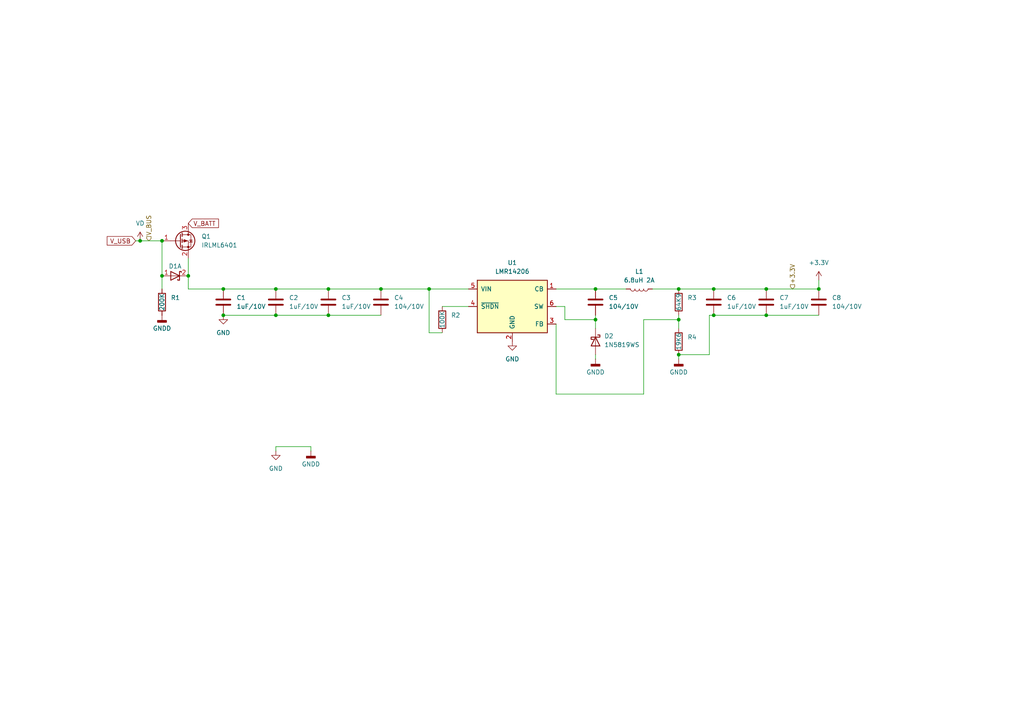
<source format=kicad_sch>
(kicad_sch (version 20231120) (generator "eeschema") (generator_version "8.0")
  (paper "A4")
  (lib_symbols
    (symbol "Device:C" (pin_numbers hide) (pin_names (offset 0.254))
      (property "Reference" "C" (at 0.635 2.54 0))
      (property "Value" "C" (at 0.635 -2.54 0))
      (symbol "C_0_1"
        (polyline (pts (xy -2.032 -0.762) (xy 2.032 -0.762)) (stroke (width 0.508)))
        (polyline (pts (xy -2.032 0.762) (xy 2.032 0.762)) (stroke (width 0.508)))
      )
      (symbol "C_1_1"
        (pin passive line (at 0 3.81 270) (length 2.794) (name "~") (number "1"))
        (pin passive line (at 0 -3.81 90) (length 2.794) (name "~") (number "2"))
      )
    )
    (symbol "Device:D_Schottky_Dual_CommonCathode_AKA_Split" (pin_names (offset 0.762) hide)
      (property "Reference" "D" (at 0 2.54 0))
      (property "Value" "D_Schottky_Dual_CommonCathode_AKA_Split" (at 0 -2.54 0))
      (symbol "D_Schottky_Dual_CommonCathode_AKA_Split_0_1"
        (polyline (pts (xy 1.27 0) (xy -1.27 0)))
        (polyline (pts (xy -1.27 1.27) (xy 1.27 0) (xy -1.27 -1.27) (xy -1.27 1.27) (xy -1.27 1.27) (xy -1.27 1.27)) (stroke (width 0.254)))
        (polyline (pts (xy 1.778 1.016) (xy 1.778 1.27) (xy 1.27 1.27) (xy 1.27 -1.27) (xy 0.762 -1.27) (xy 0.762 -1.016)) (stroke (width 0.254)))
        (pin passive line (at 3.81 0 180) (length 2.54) (name "K") (number "2"))
      )
      (symbol "D_Schottky_Dual_CommonCathode_AKA_Split_1_1"
        (pin passive line (at -3.81 0 0) (length 2.54) (name "A") (number "1"))
      )
      (symbol "D_Schottky_Dual_CommonCathode_AKA_Split_2_1"
        (pin passive line (at -3.81 0 0) (length 2.54) (name "K") (number "3"))
      )
    )
    (symbol "Device:L" (pin_numbers hide) (pin_names (offset 1.016) hide)
      (property "Reference" "L" (at -1.27 0 90))
      (property "Value" "L" (at 1.905 0 90))
      (symbol "L_0_1"
        (arc (start 0 -2.54) (mid 0.6323 -1.905) (end 0 -1.27))
        (arc (start 0 -1.27) (mid 0.6323 -0.635) (end 0 0))
        (arc (start 0 0) (mid 0.6323 0.635) (end 0 1.27))
        (arc (start 0 1.27) (mid 0.6323 1.905) (end 0 2.54))
      )
      (symbol "L_1_1"
        (pin passive line (at 0 3.81 270) (length 1.27) (name "1") (number "1"))
        (pin passive line (at 0 -3.81 90) (length 1.27) (name "2") (number "2"))
      )
    )
    (symbol "Device:R" (pin_numbers hide) (pin_names (offset 0))
      (property "Reference" "R" (at 2.032 0 90))
      (property "Value" "R" (at 0 0 90))
      (symbol "R_0_1"
        (rectangle (start -1.016 -2.54) (end 1.016 2.54) (stroke (width 0.254)))
      )
      (symbol "R_1_1"
        (pin passive line (at 0 3.81 270) (length 1.27) (name "~") (number "1"))
        (pin passive line (at 0 -3.81 90) (length 1.27) (name "~") (number "2"))
      )
    )
    (symbol "Diode:1N5819WS" (pin_numbers hide) (pin_names (offset 1.016) hide)
      (property "Reference" "D" (at 0 2.54 0))
      (property "Value" "1N5819WS" (at 0 -2.54 0))
      (symbol "1N5819WS_0_1"
        (polyline (pts (xy 1.27 0) (xy -1.27 0)))
        (polyline (pts (xy 1.27 1.27) (xy 1.27 -1.27) (xy -1.27 0) (xy 1.27 1.27)) (stroke (width 0.254)))
        (polyline (pts (xy -1.905 0.635) (xy -1.905 1.27) (xy -1.27 1.27) (xy -1.27 -1.27) (xy -0.635 -1.27) (xy -0.635 -0.635)) (stroke (width 0.254)))
      )
      (symbol "1N5819WS_1_1"
        (pin passive line (at -3.81 0 0) (length 2.54) (name "K") (number "1"))
        (pin passive line (at 3.81 0 180) (length 2.54) (name "A") (number "2"))
      )
    )
    (symbol "Regulator_Switching:LMR14206" (pin_names (offset 1.016))
      (property "Reference" "U" (at -10.16 11.43 0))
      (property "Value" "LMR14206" (at -10.16 8.89 0))
      (symbol "LMR14206_0_1"
        (rectangle (start -10.16 7.62) (end 10.16 -7.62) (stroke (width 0.254)) (fill (type background)))
      )
      (symbol "LMR14206_1_1"
        (pin input line (at 12.7 5.08 180) (length 2.54) (name "CB") (number "1"))
        (pin power_in line (at 0 -10.16 90) (length 2.54) (name "GND") (number "2"))
        (pin input line (at 12.7 -5.08 180) (length 2.54) (name "FB") (number "3"))
        (pin input line (at -12.7 0 0) (length 2.54) (name "~{SHDN}") (number "4"))
        (pin power_in line (at -12.7 5.08 0) (length 2.54) (name "VIN") (number "5"))
        (pin output line (at 12.7 0 180) (length 2.54) (name "SW") (number "6"))
      )
    )
    (symbol "Transistor_FET:IRLML6401" (pin_names hide)
      (property "Reference" "Q" (at 5.08 1.905 0))
      (property "Value" "IRLML6401" (at 5.08 0 0))
      (symbol "IRLML6401_0_1"
        (polyline (pts (xy 0.254 0) (xy -2.54 0)))
        (polyline (pts (xy 0.254 1.905) (xy 0.254 -1.905)) (stroke (width 0.254)))
        (polyline (pts (xy 0.762 -1.27) (xy 0.762 -2.286)) (stroke (width 0.254)))
        (polyline (pts (xy 0.762 0.508) (xy 0.762 -0.508)) (stroke (width 0.254)))
        (polyline (pts (xy 0.762 2.286) (xy 0.762 1.27)) (stroke (width 0.254)))
        (polyline (pts (xy 2.54 2.54) (xy 2.54 1.778)))
        (polyline (pts (xy 2.54 -2.54) (xy 2.54 0) (xy 0.762 0)))
        (polyline (pts (xy 0.762 1.778) (xy 3.302 1.778) (xy 3.302 -1.778) (xy 0.762 -1.778)))
        (polyline (pts (xy 2.286 0) (xy 1.27 0.381) (xy 1.27 -0.381) (xy 2.286 0)) (fill (type outline)))
        (polyline (pts (xy 2.794 -0.508) (xy 2.921 -0.381) (xy 3.683 -0.381) (xy 3.81 -0.254)))
        (polyline (pts (xy 3.302 -0.381) (xy 2.921 0.254) (xy 3.683 0.254) (xy 3.302 -0.381)))
        (circle (center 1.651 0) (radius 2.794) (stroke (width 0.254)))
        (circle (center 2.54 -1.778) (radius 0.254) (fill (type outline)))
        (circle (center 2.54 1.778) (radius 0.254) (fill (type outline)))
      )
      (symbol "IRLML6401_1_1"
        (pin input line (at -5.08 0 0) (length 2.54) (name "G") (number "1"))
        (pin passive line (at 2.54 -5.08 90) (length 2.54) (name "S") (number "2"))
        (pin passive line (at 2.54 5.08 270) (length 2.54) (name "D") (number "3"))
      )
    )
    (symbol "power:+3.3V" (power) (pin_numbers hide) (pin_names (offset 0) hide)
      (property "Value" "+3.3V" (at 0 3.556 0))
      (symbol "+3.3V_0_1"
        (polyline (pts (xy -0.762 1.27) (xy 0 2.54)))
        (polyline (pts (xy 0 0) (xy 0 2.54)))
        (polyline (pts (xy 0 2.54) (xy 0.762 1.27)))
      )
      (symbol "+3.3V_1_1"
        (pin power_in line (at 0 0 90) (length 0) (name "~") (number "1"))
      )
    )
    (symbol "power:GND" (power) (pin_numbers hide) (pin_names (offset 0) hide)
      (property "Value" "GND" (at 0 -3.81 0))
      (symbol "GND_0_1"
        (polyline (pts (xy 0 0) (xy 0 -1.27) (xy 1.27 -1.27) (xy 0 -2.54) (xy -1.27 -1.27) (xy 0 -1.27)))
      )
      (symbol "GND_1_1"
        (pin power_in line (at 0 0 270) (length 0) (name "~") (number "1"))
      )
    )
    (symbol "power:GNDD" (power) (pin_numbers hide) (pin_names (offset 0) hide)
      (property "Value" "GNDD" (at 0 -3.175 0))
      (symbol "GNDD_0_1"
        (rectangle (start -1.27 -1.524) (end 1.27 -2.032) (stroke (width 0.254)) (fill (type outline)))
        (polyline (pts (xy 0 0) (xy 0 -1.524)))
      )
      (symbol "GNDD_1_1"
        (pin power_in line (at 0 0 270) (length 0) (name "~") (number "1"))
      )
    )
    (symbol "power:VD" (power) (pin_numbers hide) (pin_names (offset 0) hide)
      (property "Value" "VD" (at 0 3.556 0))
      (symbol "VD_0_1"
        (polyline (pts (xy -0.762 1.27) (xy 0 2.54)))
        (polyline (pts (xy 0 0) (xy 0 2.54)))
        (polyline (pts (xy 0 2.54) (xy 0.762 1.27)))
      )
      (symbol "VD_1_1"
        (pin power_in line (at 0 0 90) (length 0) (name "~") (number "1"))
      )
    )
  )
  (junction (at 80.01 83.82))
  (junction (at 46.99 69.85))
  (junction (at 172.72 92.71))
  (junction (at 110.49 83.82))
  (junction (at 196.85 102.87))
  (junction (at 172.72 83.82))
  (junction (at 124.46 83.82))
  (junction (at 237.49 83.82))
  (junction (at 80.01 91.44))
  (junction (at 196.85 83.82))
  (junction (at 222.25 91.44))
  (junction (at 207.01 91.44))
  (junction (at 40.64 69.85))
  (junction (at 222.25 83.82))
  (junction (at 95.25 91.44))
  (junction (at 64.77 83.82))
  (junction (at 54.61 80.01))
  (junction (at 64.77 91.44))
  (junction (at 207.01 83.82))
  (junction (at 46.99 80.01))
  (junction (at 196.85 92.71))
  (junction (at 95.25 83.82))
  (wire (pts (xy 64.77 83.82) (xy 54.61 83.82)))
  (wire (pts (xy 124.46 83.82) (xy 124.46 96.52)))
  (wire (pts (xy 80.01 83.82) (xy 64.77 83.82)))
  (wire (pts (xy 128.27 88.9) (xy 135.89 88.9)))
  (wire (pts (xy 205.74 102.87) (xy 196.85 102.87)))
  (wire (pts (xy 90.17 129.54) (xy 80.01 129.54)))
  (wire (pts (xy 54.61 80.01) (xy 54.61 74.93)))
  (wire (pts (xy 207.01 91.44) (xy 205.74 91.44)))
  (wire (pts (xy 46.99 80.01) (xy 46.99 83.82)))
  (wire (pts (xy 40.64 69.85) (xy 46.99 69.85)))
  (wire (pts (xy 110.49 83.82) (xy 95.25 83.82)))
  (wire (pts (xy 237.49 81.28) (xy 237.49 83.82)))
  (wire (pts (xy 64.77 91.44) (xy 80.01 91.44)))
  (wire (pts (xy 80.01 129.54) (xy 80.01 130.81)))
  (wire (pts (xy 161.29 93.98) (xy 161.29 114.3)))
  (wire (pts (xy 161.29 114.3) (xy 186.69 114.3)))
  (wire (pts (xy 128.27 96.52) (xy 124.46 96.52)))
  (wire (pts (xy 163.83 92.71) (xy 172.72 92.71)))
  (wire (pts (xy 95.25 91.44) (xy 110.49 91.44)))
  (wire (pts (xy 196.85 102.87) (xy 196.85 104.14)))
  (wire (pts (xy 207.01 83.82) (xy 222.25 83.82)))
  (wire (pts (xy 95.25 83.82) (xy 80.01 83.82)))
  (wire (pts (xy 237.49 91.44) (xy 222.25 91.44)))
  (wire (pts (xy 135.89 83.82) (xy 124.46 83.82)))
  (wire (pts (xy 222.25 91.44) (xy 207.01 91.44)))
  (wire (pts (xy 186.69 114.3) (xy 186.69 92.71)))
  (wire (pts (xy 124.46 83.82) (xy 110.49 83.82)))
  (wire (pts (xy 196.85 83.82) (xy 207.01 83.82)))
  (wire (pts (xy 54.61 83.82) (xy 54.61 80.01)))
  (wire (pts (xy 186.69 92.71) (xy 196.85 92.71)))
  (wire (pts (xy 205.74 91.44) (xy 205.74 102.87)))
  (wire (pts (xy 196.85 92.71) (xy 196.85 91.44)))
  (wire (pts (xy 161.29 88.9) (xy 163.83 88.9)))
  (wire (pts (xy 222.25 83.82) (xy 237.49 83.82)))
  (wire (pts (xy 163.83 88.9) (xy 163.83 92.71)))
  (wire (pts (xy 172.72 92.71) (xy 172.72 95.25)))
  (wire (pts (xy 80.01 91.44) (xy 95.25 91.44)))
  (wire (pts (xy 172.72 91.44) (xy 172.72 92.71)))
  (wire (pts (xy 46.99 69.85) (xy 46.99 80.01)))
  (wire (pts (xy 189.23 83.82) (xy 196.85 83.82)))
  (wire (pts (xy 196.85 92.71) (xy 196.85 95.25)))
  (wire (pts (xy 39.37 69.85) (xy 40.64 69.85)))
  (wire (pts (xy 172.72 104.14) (xy 172.72 102.87)))
  (wire (pts (xy 90.17 130.81) (xy 90.17 129.54)))
  (wire (pts (xy 161.29 83.82) (xy 172.72 83.82)))
  (wire (pts (xy 172.72 83.82) (xy 181.61 83.82)))
  (global_label "V_USB" (shape input) (at 39.37 69.85 180) (property "Intersheetrefs" "${INTERSHEET_REFS}" (effects (hide yes))))
  (global_label "V_BATT" (shape input) (at 54.61 64.77 0) (property "Intersheetrefs" "${INTERSHEET_REFS}" (effects (hide yes))))
  (hierarchical_label "V_BUS" (shape input) (at 43.18 69.85 90))
  (hierarchical_label "+3.3V" (shape input) (at 229.87 83.82 90))
  (symbol (lib_id "Device:C") (at 80.01 87.63 0) (unit 1)
    (property "Reference" "C2" (at 83.82 86.3599 0) (effects (justify left)))
    (property "Value" "1uF/10V" (at 83.82 88.8999 0) (effects (justify left)))
    (property "Footprint" "CTS_Capacitor_SMD:C_0603_1608Metric" (effects (hide yes)))
    (property "Description" "Unpolarized capacitor" (effects (hide yes)))
  )
  (symbol (lib_id "Device:R") (at 196.85 87.63 0) (unit 1)
    (property "Reference" "R3" (at 199.39 86.3599 0) (effects (justify left)))
    (property "Value" "64K9" (at 196.85 90.17 90) (effects (justify left)))
    (property "Footprint" "CTS_Capacitor_SMD:C_0402_1005Metric" (effects (hide yes)))
    (property "Description" "Resistor" (effects (hide yes)))
  )
  (symbol (lib_id "Device:C") (at 64.77 87.63 0) (unit 1)
    (property "Reference" "C1" (at 68.58 86.3599 0) (effects (justify left)))
    (property "Value" "1uF/10V" (at 68.58 88.8999 0) (effects (justify left)))
    (property "Footprint" "CTS_Capacitor_SMD:C_0603_1608Metric" (effects (hide yes)))
    (property "Description" "Unpolarized capacitor" (effects (hide yes)))
  )
  (symbol (lib_id "Device:R") (at 128.27 92.71 0) (unit 1)
    (property "Reference" "R2" (at 130.81 91.4399 0) (effects (justify left)))
    (property "Value" "100K" (at 128.27 95.25 90) (effects (justify left)))
    (property "Footprint" "CTS_Capacitor_SMD:C_0402_1005Metric" (effects (hide yes)))
    (property "Description" "Resistor" (effects (hide yes)))
  )
  (symbol (lib_id "power:GNDD") (at 46.99 91.44 0) (unit 1)
    (property "Reference" "#PWR046" (effects (hide yes)))
    (property "Value" "GNDD" (at 46.99 95.25 0))
    (property "Description" "Power symbol creates a global label with name \"GNDD\" , digital ground" (effects (hide yes)))
  )
  (symbol (lib_id "power:GND") (at 148.59 99.06 0) (unit 1)
    (property "Reference" "#PWR049" (effects (hide yes)))
    (property "Value" "GND" (at 148.59 104.14 0))
    (property "Description" "Power symbol creates a global label with name \"GND\" , ground" (effects (hide yes)))
  )
  (symbol (lib_id "power:+3.3V") (at 237.49 81.28 0) (unit 1)
    (property "Reference" "#PWR01" (effects (hide yes)))
    (property "Value" "+3.3V" (at 237.49 76.2 0))
    (property "Description" "Power symbol creates a global label with name \"+3.3V\"" (effects (hide yes)))
  )
  (symbol (lib_id "Device:R") (at 196.85 99.06 0) (unit 1)
    (property "Reference" "R4" (at 199.39 97.7899 0) (effects (justify left)))
    (property "Value" "19K6" (at 196.85 101.6 90) (effects (justify left)))
    (property "Footprint" "CTS_Capacitor_SMD:C_0402_1005Metric" (effects (hide yes)))
    (property "Description" "Resistor" (effects (hide yes)))
  )
  (symbol (lib_id "power:GNDD") (at 196.85 104.14 0) (unit 1)
    (property "Reference" "#PWR02" (effects (hide yes)))
    (property "Value" "GNDD" (at 196.85 107.95 0))
    (property "Description" "Power symbol creates a global label with name \"GNDD\" , digital ground" (effects (hide yes)))
  )
  (symbol (lib_id "Diode:1N5819WS") (at 172.72 99.06 270) (unit 1)
    (property "Reference" "D2" (at 175.26 97.4724 90) (effects (justify left)))
    (property "Value" "1N5819WS" (at 175.26 100.0124 90) (effects (justify left)))
    (property "Footprint" "Diode_SMD:D_SOD-323_HandSoldering" (effects (hide yes)))
    (property "Datasheet" "https://datasheet.lcsc.com/lcsc/2204281430_Guangdong-Hottech-1N5819WS_C191023.pdf" (effects (hide yes)))
    (property "Description" "40V 600mV@1A 1A SOD-323 Schottky Barrier Diodes, SOD-323" (effects (hide yes)))
  )
  (symbol (lib_id "Device:C") (at 95.25 87.63 0) (unit 1)
    (property "Reference" "C3" (at 99.06 86.3599 0) (effects (justify left)))
    (property "Value" "1uF/10V" (at 99.06 88.8999 0) (effects (justify left)))
    (property "Footprint" "CTS_Capacitor_SMD:C_0603_1608Metric" (effects (hide yes)))
    (property "Description" "Unpolarized capacitor" (effects (hide yes)))
  )
  (symbol (lib_id "Regulator_Switching:LMR14206") (at 148.59 88.9 0) (unit 1)
    (property "Reference" "U1" (at 148.59 76.2 0))
    (property "Value" "LMR14206" (at 148.59 78.74 0))
    (property "Footprint" "Package_TO_SOT_SMD:SOT-23-6" (effects (hide yes)))
    (property "Datasheet" "http://www.ti.com/lit/ds/symlink/lmr14206.pdf" (effects (hide yes)))
    (property "Description" "Simple Switcher Buck Regulator, Vin=4.5-42V, Iout=600mA, Adjustable output voltage, SOT-23-6 package" (effects (hide yes)))
  )
  (symbol (lib_id "Device:C") (at 207.01 87.63 0) (unit 1)
    (property "Reference" "C6" (at 210.82 86.3599 0) (effects (justify left)))
    (property "Value" "1uF/10V" (at 210.82 88.8999 0) (effects (justify left)))
    (property "Footprint" "CTS_Capacitor_SMD:C_0603_1608Metric" (effects (hide yes)))
    (property "Description" "Unpolarized capacitor" (effects (hide yes)))
  )
  (symbol (lib_id "power:GND") (at 64.77 91.44 0) (unit 1)
    (property "Reference" "#PWR038" (effects (hide yes)))
    (property "Value" "GND" (at 64.77 96.52 0))
    (property "Description" "Power symbol creates a global label with name \"GND\" , ground" (effects (hide yes)))
  )
  (symbol (lib_id "power:GND") (at 80.01 130.81 0) (unit 1)
    (property "Reference" "#PWR047" (effects (hide yes)))
    (property "Value" "GND" (at 80.01 135.89 0))
    (property "Description" "Power symbol creates a global label with name \"GND\" , ground" (effects (hide yes)))
  )
  (symbol (lib_id "power:GNDD") (at 172.72 104.14 0) (unit 1)
    (property "Reference" "#PWR050" (effects (hide yes)))
    (property "Value" "GNDD" (at 172.72 107.95 0))
    (property "Description" "Power symbol creates a global label with name \"GNDD\" , digital ground" (effects (hide yes)))
  )
  (symbol (lib_id "Device:D_Schottky_Dual_CommonCathode_AKA_Split") (at 50.8 80.01 0) (unit 1)
    (property "Reference" "D1" (at 50.8 77.216 0))
    (property "Value" "10V 2A" (effects (hide yes)))
    (property "Footprint" "Diode_SMD:D_SOD-123" (effects (hide yes)))
    (property "Description" "Dual Schottky diode, common anode on pin 1" (effects (hide yes)))
  )
  (symbol (lib_id "Device:C") (at 110.49 87.63 0) (unit 1)
    (property "Reference" "C4" (at 114.3 86.3599 0) (effects (justify left)))
    (property "Value" "104/10V" (at 114.3 88.8999 0) (effects (justify left)))
    (property "Footprint" "CTS_Capacitor_SMD:C_0603_1608Metric" (effects (hide yes)))
    (property "Description" "Unpolarized capacitor" (effects (hide yes)))
  )
  (symbol (lib_id "Device:C") (at 172.72 87.63 0) (unit 1)
    (property "Reference" "C5" (at 176.53 86.3599 0) (effects (justify left)))
    (property "Value" "104/10V" (at 176.53 88.8999 0) (effects (justify left)))
    (property "Footprint" "CTS_Capacitor_SMD:C_0603_1608Metric" (effects (hide yes)))
    (property "Description" "Unpolarized capacitor" (effects (hide yes)))
  )
  (symbol (lib_id "power:GNDD") (at 90.17 130.81 0) (unit 1)
    (property "Reference" "#PWR048" (effects (hide yes)))
    (property "Value" "GNDD" (at 90.17 134.62 0))
    (property "Description" "Power symbol creates a global label with name \"GNDD\" , digital ground" (effects (hide yes)))
  )
  (symbol (lib_id "Device:R") (at 46.99 87.63 0) (unit 1)
    (property "Reference" "R1" (at 49.53 86.3599 0) (effects (justify left)))
    (property "Value" "200K" (at 46.99 90.17 90) (effects (justify left)))
    (property "Footprint" "CTS_Capacitor_SMD:C_0402_1005Metric" (effects (hide yes)))
    (property "Description" "Resistor" (effects (hide yes)))
  )
  (symbol (lib_id "Device:L") (at 185.42 83.82 270) (unit 1)
    (property "Reference" "L1" (at 185.42 78.74 90))
    (property "Value" "6.8uH 2A" (at 185.42 81.28 90))
    (property "Footprint" "CTS_Inductor_SMD:Inductor_4.7x4.7mm_H3.0mm" (effects (hide yes)))
    (property "Description" "Inductor" (effects (hide yes)))
  )
  (symbol (lib_id "Device:C") (at 222.25 87.63 0) (unit 1)
    (property "Reference" "C7" (at 226.06 86.3599 0) (effects (justify left)))
    (property "Value" "1uF/10V" (at 226.06 88.8999 0) (effects (justify left)))
    (property "Footprint" "CTS_Capacitor_SMD:C_0603_1608Metric" (effects (hide yes)))
    (property "Description" "Unpolarized capacitor" (effects (hide yes)))
  )
  (symbol (lib_id "power:VD") (at 40.64 69.85 0) (unit 1)
    (property "Reference" "#PWR045" (effects (hide yes)))
    (property "Value" "VD" (at 40.64 64.77 0))
    (property "Description" "Power symbol creates a global label with name \"VD\"" (effects (hide yes)))
  )
  (symbol (lib_id "Device:C") (at 237.49 87.63 0) (unit 1)
    (property "Reference" "C8" (at 241.3 86.3599 0) (effects (justify left)))
    (property "Value" "104/10V" (at 241.3 88.8999 0) (effects (justify left)))
    (property "Footprint" "CTS_Capacitor_SMD:C_0603_1608Metric" (effects (hide yes)))
    (property "Description" "Unpolarized capacitor" (effects (hide yes)))
  )
  (symbol (lib_id "Transistor_FET:IRLML6401") (at 52.07 69.85 0) (unit 1)
    (property "Reference" "Q1" (at 58.42 68.5799 0) (effects (justify left)))
    (property "Value" "IRLML6401" (at 58.42 71.1199 0) (effects (justify left)))
    (property "Footprint" "Package_TO_SOT_SMD:SOT-23" (effects (hide yes)))
    (property "Datasheet" "https://www.infineon.com/dgdl/irlml6401pbf.pdf?fileId=5546d462533600a401535668b96d2634" (effects (hide yes)))
    (property "Description" "-4.3A Id, -12V Vds, 50mOhm Rds, P-Channel HEXFET Power MOSFET, SOT-23" (effects (hide yes)))
  )
)
</source>
